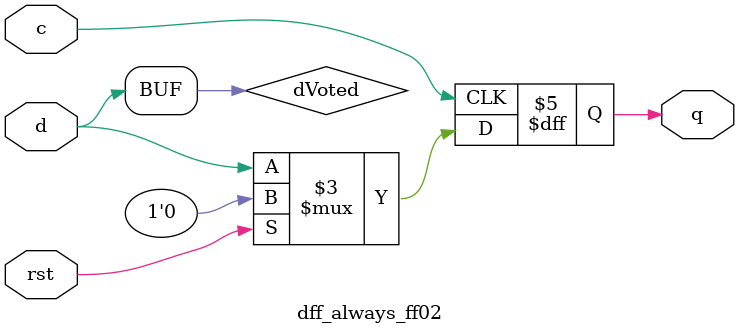
<source format=sv>

module dff_always_ff02
  (input  logic d,
   input  logic rst,
   input  logic c,
   output logic q);

  // tmrg default triplicate
  wire dVoted=d;

  always_ff @(posedge c)
    if (rst) q <= 1'b0;
    else     q <=dVoted;

endmodule

</source>
